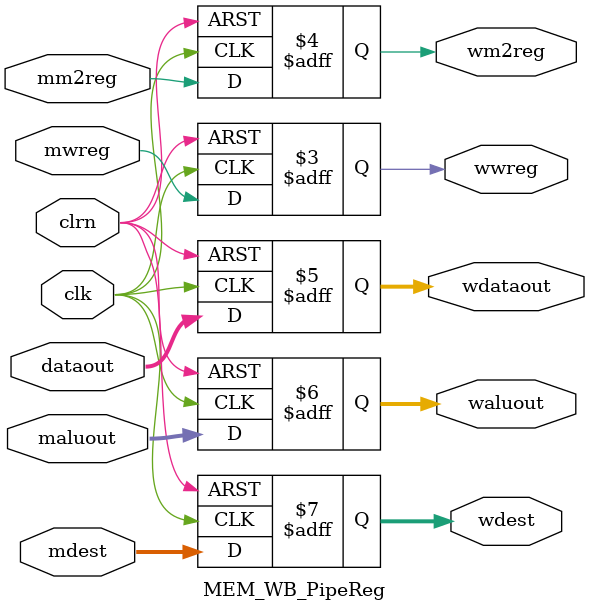
<source format=v>
`timescale 1ns / 1ps
module MEM_WB_PipeReg(
	 input clk,
	 input clrn,
    input mwreg,
    input mm2reg,
    input[31:0] dataout,
    input[31:0] maluout,
    input[4:0] mdest,
    output reg wwreg,
    output reg wm2reg,
    output reg[31:0] wdataout,
    output reg[31:0] waluout,
    output reg[4:0] wdest
    );
	 
	 always@(posedge clk or negedge clrn)
		if(clrn == 0)
			begin
				wwreg <= 0;
				wm2reg <= 0;
				wdataout <= 0;
				waluout <= 0;
				wdest <= 0;
			end
		else
			begin
				wwreg <= mwreg;
				wm2reg <= mm2reg;
				wdataout <= dataout;
				waluout <= maluout;
				wdest <= mdest;
			end

endmodule

</source>
